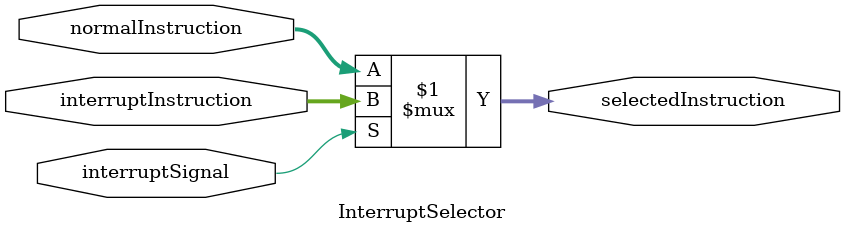
<source format=v>
module InterruptSelector (
  input [15:0] normalInstruction,
  input [15:0] interruptInstruction,
  input interruptSignal,
  output [15:0] selectedInstruction
);

assign selectedInstruction = interruptSignal ? interruptInstruction : normalInstruction;

endmodule

</source>
